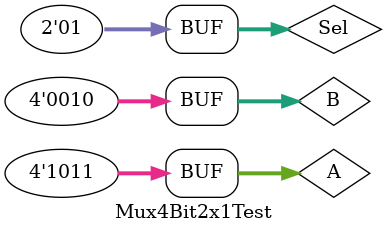
<source format=v>
`timescale 1ns / 1ps


module Mux4Bit2x1Test;

	// Inputs
	reg [3:0] A;
	reg [3:0] B;
	reg [1:0] Sel;

	// Outputs
	wire [3:0] Z;

	// Instantiate the Unit Under Test (UUT)
	Mux4Bit2x1 uut (
		.A(A), 
		.B(B), 
		.Sel(Sel), 
		.Z(Z)
	);

	initial begin
		// Initialize Inputs
		A = 0011;
		B = 0101;
		Sel = 0;

		// Wait 100 ns for global reset to finish
		#100;
        
		// Add stimulus here
		A = 0011;
		B = 1010;
		Sel = 1;
		
		#100;
		
		

	end
      
endmodule


</source>
